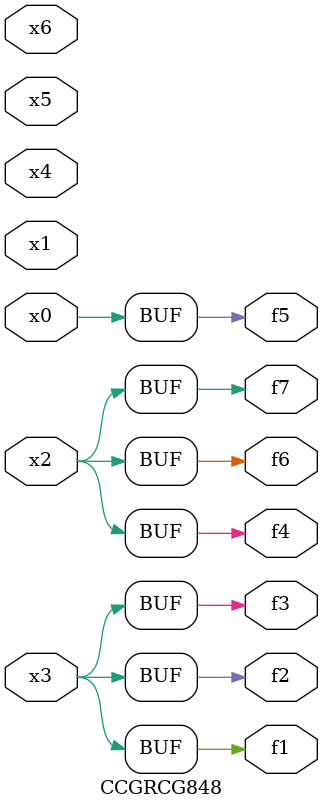
<source format=v>
module CCGRCG848(
	input x0, x1, x2, x3, x4, x5, x6,
	output f1, f2, f3, f4, f5, f6, f7
);
	assign f1 = x3;
	assign f2 = x3;
	assign f3 = x3;
	assign f4 = x2;
	assign f5 = x0;
	assign f6 = x2;
	assign f7 = x2;
endmodule

</source>
